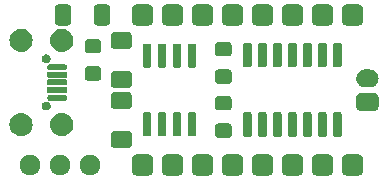
<source format=gts>
G04 #@! TF.GenerationSoftware,KiCad,Pcbnew,(5.1.0-0)*
G04 #@! TF.CreationDate,2019-04-12T20:13:37-07:00*
G04 #@! TF.ProjectId,ap2112m-txb0104-module,61703231-3132-46d2-9d74-786230313034,rev?*
G04 #@! TF.SameCoordinates,Original*
G04 #@! TF.FileFunction,Soldermask,Top*
G04 #@! TF.FilePolarity,Negative*
%FSLAX46Y46*%
G04 Gerber Fmt 4.6, Leading zero omitted, Abs format (unit mm)*
G04 Created by KiCad (PCBNEW (5.1.0-0)) date 2019-04-12 20:13:37*
%MOMM*%
%LPD*%
G04 APERTURE LIST*
%ADD10C,0.025400*%
G04 APERTURE END LIST*
D10*
G36*
X169468662Y-94357606D02*
G01*
X169548345Y-94381778D01*
X169621785Y-94421033D01*
X169686147Y-94473853D01*
X169738967Y-94538215D01*
X169778222Y-94611655D01*
X169802394Y-94691338D01*
X169810800Y-94776691D01*
X169810800Y-95723309D01*
X169802394Y-95808662D01*
X169778222Y-95888345D01*
X169738967Y-95961785D01*
X169686147Y-96026147D01*
X169621785Y-96078967D01*
X169548345Y-96118222D01*
X169468662Y-96142394D01*
X169383309Y-96150800D01*
X168436691Y-96150800D01*
X168351338Y-96142394D01*
X168271655Y-96118222D01*
X168198215Y-96078967D01*
X168133853Y-96026147D01*
X168081033Y-95961785D01*
X168041778Y-95888345D01*
X168017606Y-95808662D01*
X168009200Y-95723309D01*
X168009200Y-94776691D01*
X168017606Y-94691338D01*
X168041778Y-94611655D01*
X168081033Y-94538215D01*
X168133853Y-94473853D01*
X168198215Y-94421033D01*
X168271655Y-94381778D01*
X168351338Y-94357606D01*
X168436691Y-94349200D01*
X169383309Y-94349200D01*
X169468662Y-94357606D01*
X169468662Y-94357606D01*
G37*
G36*
X166928662Y-94357606D02*
G01*
X167008345Y-94381778D01*
X167081785Y-94421033D01*
X167146147Y-94473853D01*
X167198967Y-94538215D01*
X167238222Y-94611655D01*
X167262394Y-94691338D01*
X167270800Y-94776691D01*
X167270800Y-95723309D01*
X167262394Y-95808662D01*
X167238222Y-95888345D01*
X167198967Y-95961785D01*
X167146147Y-96026147D01*
X167081785Y-96078967D01*
X167008345Y-96118222D01*
X166928662Y-96142394D01*
X166843309Y-96150800D01*
X165896691Y-96150800D01*
X165811338Y-96142394D01*
X165731655Y-96118222D01*
X165658215Y-96078967D01*
X165593853Y-96026147D01*
X165541033Y-95961785D01*
X165501778Y-95888345D01*
X165477606Y-95808662D01*
X165469200Y-95723309D01*
X165469200Y-94776691D01*
X165477606Y-94691338D01*
X165501778Y-94611655D01*
X165541033Y-94538215D01*
X165593853Y-94473853D01*
X165658215Y-94421033D01*
X165731655Y-94381778D01*
X165811338Y-94357606D01*
X165896691Y-94349200D01*
X166843309Y-94349200D01*
X166928662Y-94357606D01*
X166928662Y-94357606D01*
G37*
G36*
X164388662Y-94357606D02*
G01*
X164468345Y-94381778D01*
X164541785Y-94421033D01*
X164606147Y-94473853D01*
X164658967Y-94538215D01*
X164698222Y-94611655D01*
X164722394Y-94691338D01*
X164730800Y-94776691D01*
X164730800Y-95723309D01*
X164722394Y-95808662D01*
X164698222Y-95888345D01*
X164658967Y-95961785D01*
X164606147Y-96026147D01*
X164541785Y-96078967D01*
X164468345Y-96118222D01*
X164388662Y-96142394D01*
X164303309Y-96150800D01*
X163356691Y-96150800D01*
X163271338Y-96142394D01*
X163191655Y-96118222D01*
X163118215Y-96078967D01*
X163053853Y-96026147D01*
X163001033Y-95961785D01*
X162961778Y-95888345D01*
X162937606Y-95808662D01*
X162929200Y-95723309D01*
X162929200Y-94776691D01*
X162937606Y-94691338D01*
X162961778Y-94611655D01*
X163001033Y-94538215D01*
X163053853Y-94473853D01*
X163118215Y-94421033D01*
X163191655Y-94381778D01*
X163271338Y-94357606D01*
X163356691Y-94349200D01*
X164303309Y-94349200D01*
X164388662Y-94357606D01*
X164388662Y-94357606D01*
G37*
G36*
X161848662Y-94357606D02*
G01*
X161928345Y-94381778D01*
X162001785Y-94421033D01*
X162066147Y-94473853D01*
X162118967Y-94538215D01*
X162158222Y-94611655D01*
X162182394Y-94691338D01*
X162190800Y-94776691D01*
X162190800Y-95723309D01*
X162182394Y-95808662D01*
X162158222Y-95888345D01*
X162118967Y-95961785D01*
X162066147Y-96026147D01*
X162001785Y-96078967D01*
X161928345Y-96118222D01*
X161848662Y-96142394D01*
X161763309Y-96150800D01*
X160816691Y-96150800D01*
X160731338Y-96142394D01*
X160651655Y-96118222D01*
X160578215Y-96078967D01*
X160513853Y-96026147D01*
X160461033Y-95961785D01*
X160421778Y-95888345D01*
X160397606Y-95808662D01*
X160389200Y-95723309D01*
X160389200Y-94776691D01*
X160397606Y-94691338D01*
X160421778Y-94611655D01*
X160461033Y-94538215D01*
X160513853Y-94473853D01*
X160578215Y-94421033D01*
X160651655Y-94381778D01*
X160731338Y-94357606D01*
X160816691Y-94349200D01*
X161763309Y-94349200D01*
X161848662Y-94357606D01*
X161848662Y-94357606D01*
G37*
G36*
X159308662Y-94357606D02*
G01*
X159388345Y-94381778D01*
X159461785Y-94421033D01*
X159526147Y-94473853D01*
X159578967Y-94538215D01*
X159618222Y-94611655D01*
X159642394Y-94691338D01*
X159650800Y-94776691D01*
X159650800Y-95723309D01*
X159642394Y-95808662D01*
X159618222Y-95888345D01*
X159578967Y-95961785D01*
X159526147Y-96026147D01*
X159461785Y-96078967D01*
X159388345Y-96118222D01*
X159308662Y-96142394D01*
X159223309Y-96150800D01*
X158276691Y-96150800D01*
X158191338Y-96142394D01*
X158111655Y-96118222D01*
X158038215Y-96078967D01*
X157973853Y-96026147D01*
X157921033Y-95961785D01*
X157881778Y-95888345D01*
X157857606Y-95808662D01*
X157849200Y-95723309D01*
X157849200Y-94776691D01*
X157857606Y-94691338D01*
X157881778Y-94611655D01*
X157921033Y-94538215D01*
X157973853Y-94473853D01*
X158038215Y-94421033D01*
X158111655Y-94381778D01*
X158191338Y-94357606D01*
X158276691Y-94349200D01*
X159223309Y-94349200D01*
X159308662Y-94357606D01*
X159308662Y-94357606D01*
G37*
G36*
X156768662Y-94357606D02*
G01*
X156848345Y-94381778D01*
X156921785Y-94421033D01*
X156986147Y-94473853D01*
X157038967Y-94538215D01*
X157078222Y-94611655D01*
X157102394Y-94691338D01*
X157110800Y-94776691D01*
X157110800Y-95723309D01*
X157102394Y-95808662D01*
X157078222Y-95888345D01*
X157038967Y-95961785D01*
X156986147Y-96026147D01*
X156921785Y-96078967D01*
X156848345Y-96118222D01*
X156768662Y-96142394D01*
X156683309Y-96150800D01*
X155736691Y-96150800D01*
X155651338Y-96142394D01*
X155571655Y-96118222D01*
X155498215Y-96078967D01*
X155433853Y-96026147D01*
X155381033Y-95961785D01*
X155341778Y-95888345D01*
X155317606Y-95808662D01*
X155309200Y-95723309D01*
X155309200Y-94776691D01*
X155317606Y-94691338D01*
X155341778Y-94611655D01*
X155381033Y-94538215D01*
X155433853Y-94473853D01*
X155498215Y-94421033D01*
X155571655Y-94381778D01*
X155651338Y-94357606D01*
X155736691Y-94349200D01*
X156683309Y-94349200D01*
X156768662Y-94357606D01*
X156768662Y-94357606D01*
G37*
G36*
X154228662Y-94357606D02*
G01*
X154308345Y-94381778D01*
X154381785Y-94421033D01*
X154446147Y-94473853D01*
X154498967Y-94538215D01*
X154538222Y-94611655D01*
X154562394Y-94691338D01*
X154570800Y-94776691D01*
X154570800Y-95723309D01*
X154562394Y-95808662D01*
X154538222Y-95888345D01*
X154498967Y-95961785D01*
X154446147Y-96026147D01*
X154381785Y-96078967D01*
X154308345Y-96118222D01*
X154228662Y-96142394D01*
X154143309Y-96150800D01*
X153196691Y-96150800D01*
X153111338Y-96142394D01*
X153031655Y-96118222D01*
X152958215Y-96078967D01*
X152893853Y-96026147D01*
X152841033Y-95961785D01*
X152801778Y-95888345D01*
X152777606Y-95808662D01*
X152769200Y-95723309D01*
X152769200Y-94776691D01*
X152777606Y-94691338D01*
X152801778Y-94611655D01*
X152841033Y-94538215D01*
X152893853Y-94473853D01*
X152958215Y-94421033D01*
X153031655Y-94381778D01*
X153111338Y-94357606D01*
X153196691Y-94349200D01*
X154143309Y-94349200D01*
X154228662Y-94357606D01*
X154228662Y-94357606D01*
G37*
G36*
X151688662Y-94357606D02*
G01*
X151768345Y-94381778D01*
X151841785Y-94421033D01*
X151906147Y-94473853D01*
X151958967Y-94538215D01*
X151998222Y-94611655D01*
X152022394Y-94691338D01*
X152030800Y-94776691D01*
X152030800Y-95723309D01*
X152022394Y-95808662D01*
X151998222Y-95888345D01*
X151958967Y-95961785D01*
X151906147Y-96026147D01*
X151841785Y-96078967D01*
X151768345Y-96118222D01*
X151688662Y-96142394D01*
X151603309Y-96150800D01*
X150656691Y-96150800D01*
X150571338Y-96142394D01*
X150491655Y-96118222D01*
X150418215Y-96078967D01*
X150353853Y-96026147D01*
X150301033Y-95961785D01*
X150261778Y-95888345D01*
X150237606Y-95808662D01*
X150229200Y-95723309D01*
X150229200Y-94776691D01*
X150237606Y-94691338D01*
X150261778Y-94611655D01*
X150301033Y-94538215D01*
X150353853Y-94473853D01*
X150418215Y-94421033D01*
X150491655Y-94381778D01*
X150571338Y-94357606D01*
X150656691Y-94349200D01*
X151603309Y-94349200D01*
X151688662Y-94357606D01*
X151688662Y-94357606D01*
G37*
G36*
X146940608Y-94407376D02*
G01*
X147100084Y-94473432D01*
X147243610Y-94569334D01*
X147365666Y-94691390D01*
X147461568Y-94834916D01*
X147527624Y-94994392D01*
X147561300Y-95163692D01*
X147561300Y-95336308D01*
X147527624Y-95505608D01*
X147461568Y-95665084D01*
X147365666Y-95808610D01*
X147243610Y-95930666D01*
X147100084Y-96026568D01*
X146940608Y-96092624D01*
X146771308Y-96126300D01*
X146598692Y-96126300D01*
X146429392Y-96092624D01*
X146269916Y-96026568D01*
X146126390Y-95930666D01*
X146004334Y-95808610D01*
X145908432Y-95665084D01*
X145842376Y-95505608D01*
X145808700Y-95336308D01*
X145808700Y-95163692D01*
X145842376Y-94994392D01*
X145908432Y-94834916D01*
X146004334Y-94691390D01*
X146126390Y-94569334D01*
X146269916Y-94473432D01*
X146429392Y-94407376D01*
X146598692Y-94373700D01*
X146771308Y-94373700D01*
X146940608Y-94407376D01*
X146940608Y-94407376D01*
G37*
G36*
X144400608Y-94407376D02*
G01*
X144560084Y-94473432D01*
X144703610Y-94569334D01*
X144825666Y-94691390D01*
X144921568Y-94834916D01*
X144987624Y-94994392D01*
X145021300Y-95163692D01*
X145021300Y-95336308D01*
X144987624Y-95505608D01*
X144921568Y-95665084D01*
X144825666Y-95808610D01*
X144703610Y-95930666D01*
X144560084Y-96026568D01*
X144400608Y-96092624D01*
X144231308Y-96126300D01*
X144058692Y-96126300D01*
X143889392Y-96092624D01*
X143729916Y-96026568D01*
X143586390Y-95930666D01*
X143464334Y-95808610D01*
X143368432Y-95665084D01*
X143302376Y-95505608D01*
X143268700Y-95336308D01*
X143268700Y-95163692D01*
X143302376Y-94994392D01*
X143368432Y-94834916D01*
X143464334Y-94691390D01*
X143586390Y-94569334D01*
X143729916Y-94473432D01*
X143889392Y-94407376D01*
X144058692Y-94373700D01*
X144231308Y-94373700D01*
X144400608Y-94407376D01*
X144400608Y-94407376D01*
G37*
G36*
X141860608Y-94407376D02*
G01*
X142020084Y-94473432D01*
X142163610Y-94569334D01*
X142285666Y-94691390D01*
X142381568Y-94834916D01*
X142447624Y-94994392D01*
X142481300Y-95163692D01*
X142481300Y-95336308D01*
X142447624Y-95505608D01*
X142381568Y-95665084D01*
X142285666Y-95808610D01*
X142163610Y-95930666D01*
X142020084Y-96026568D01*
X141860608Y-96092624D01*
X141691308Y-96126300D01*
X141518692Y-96126300D01*
X141349392Y-96092624D01*
X141189916Y-96026568D01*
X141046390Y-95930666D01*
X140924334Y-95808610D01*
X140828432Y-95665084D01*
X140762376Y-95505608D01*
X140728700Y-95336308D01*
X140728700Y-95163692D01*
X140762376Y-94994392D01*
X140828432Y-94834916D01*
X140924334Y-94691390D01*
X141046390Y-94569334D01*
X141189916Y-94473432D01*
X141349392Y-94407376D01*
X141518692Y-94373700D01*
X141691308Y-94373700D01*
X141860608Y-94407376D01*
X141860608Y-94407376D01*
G37*
G36*
X149991153Y-92395685D02*
G01*
X150052077Y-92414166D01*
X150108228Y-92444180D01*
X150157436Y-92484564D01*
X150197820Y-92533772D01*
X150227834Y-92589923D01*
X150246315Y-92650847D01*
X150252800Y-92716692D01*
X150252800Y-93463308D01*
X150246315Y-93529153D01*
X150227834Y-93590077D01*
X150197820Y-93646228D01*
X150157436Y-93695436D01*
X150108228Y-93735820D01*
X150052077Y-93765834D01*
X149991153Y-93784315D01*
X149925308Y-93790800D01*
X148778692Y-93790800D01*
X148712847Y-93784315D01*
X148651923Y-93765834D01*
X148595772Y-93735820D01*
X148546564Y-93695436D01*
X148506180Y-93646228D01*
X148476166Y-93590077D01*
X148457685Y-93529153D01*
X148451200Y-93463308D01*
X148451200Y-92716692D01*
X148457685Y-92650847D01*
X148476166Y-92589923D01*
X148506180Y-92533772D01*
X148546564Y-92484564D01*
X148595772Y-92444180D01*
X148651923Y-92414166D01*
X148712847Y-92395685D01*
X148778692Y-92389200D01*
X149925308Y-92389200D01*
X149991153Y-92395685D01*
X149991153Y-92395685D01*
G37*
G36*
X158467398Y-91740724D02*
G01*
X158518943Y-91756360D01*
X158566449Y-91781753D01*
X158608081Y-91815919D01*
X158642247Y-91857551D01*
X158667640Y-91905057D01*
X158683276Y-91956602D01*
X158688800Y-92012691D01*
X158688800Y-92659309D01*
X158683276Y-92715398D01*
X158667640Y-92766943D01*
X158642247Y-92814449D01*
X158608081Y-92856081D01*
X158566449Y-92890247D01*
X158518943Y-92915640D01*
X158467398Y-92931276D01*
X158411309Y-92936800D01*
X157564691Y-92936800D01*
X157508602Y-92931276D01*
X157457057Y-92915640D01*
X157409551Y-92890247D01*
X157367919Y-92856081D01*
X157333753Y-92814449D01*
X157308360Y-92766943D01*
X157292724Y-92715398D01*
X157287200Y-92659309D01*
X157287200Y-92012691D01*
X157292724Y-91956602D01*
X157308360Y-91905057D01*
X157333753Y-91857551D01*
X157367919Y-91815919D01*
X157409551Y-91781753D01*
X157457057Y-91756360D01*
X157508602Y-91740724D01*
X157564691Y-91735200D01*
X158411309Y-91735200D01*
X158467398Y-91740724D01*
X158467398Y-91740724D01*
G37*
G36*
X160250015Y-90802323D02*
G01*
X160278106Y-90810844D01*
X160303998Y-90824684D01*
X160326692Y-90843308D01*
X160345316Y-90866002D01*
X160359156Y-90891894D01*
X160367677Y-90919985D01*
X160370800Y-90951691D01*
X160370800Y-92748309D01*
X160367677Y-92780015D01*
X160359156Y-92808106D01*
X160345316Y-92833998D01*
X160326692Y-92856692D01*
X160303998Y-92875316D01*
X160278106Y-92889156D01*
X160250015Y-92897677D01*
X160218309Y-92900800D01*
X159821691Y-92900800D01*
X159789985Y-92897677D01*
X159761894Y-92889156D01*
X159736002Y-92875316D01*
X159713308Y-92856692D01*
X159694684Y-92833998D01*
X159680844Y-92808106D01*
X159672323Y-92780015D01*
X159669200Y-92748309D01*
X159669200Y-90951691D01*
X159672323Y-90919985D01*
X159680844Y-90891894D01*
X159694684Y-90866002D01*
X159713308Y-90843308D01*
X159736002Y-90824684D01*
X159761894Y-90810844D01*
X159789985Y-90802323D01*
X159821691Y-90799200D01*
X160218309Y-90799200D01*
X160250015Y-90802323D01*
X160250015Y-90802323D01*
G37*
G36*
X161520015Y-90802323D02*
G01*
X161548106Y-90810844D01*
X161573998Y-90824684D01*
X161596692Y-90843308D01*
X161615316Y-90866002D01*
X161629156Y-90891894D01*
X161637677Y-90919985D01*
X161640800Y-90951691D01*
X161640800Y-92748309D01*
X161637677Y-92780015D01*
X161629156Y-92808106D01*
X161615316Y-92833998D01*
X161596692Y-92856692D01*
X161573998Y-92875316D01*
X161548106Y-92889156D01*
X161520015Y-92897677D01*
X161488309Y-92900800D01*
X161091691Y-92900800D01*
X161059985Y-92897677D01*
X161031894Y-92889156D01*
X161006002Y-92875316D01*
X160983308Y-92856692D01*
X160964684Y-92833998D01*
X160950844Y-92808106D01*
X160942323Y-92780015D01*
X160939200Y-92748309D01*
X160939200Y-90951691D01*
X160942323Y-90919985D01*
X160950844Y-90891894D01*
X160964684Y-90866002D01*
X160983308Y-90843308D01*
X161006002Y-90824684D01*
X161031894Y-90810844D01*
X161059985Y-90802323D01*
X161091691Y-90799200D01*
X161488309Y-90799200D01*
X161520015Y-90802323D01*
X161520015Y-90802323D01*
G37*
G36*
X162790015Y-90802323D02*
G01*
X162818106Y-90810844D01*
X162843998Y-90824684D01*
X162866692Y-90843308D01*
X162885316Y-90866002D01*
X162899156Y-90891894D01*
X162907677Y-90919985D01*
X162910800Y-90951691D01*
X162910800Y-92748309D01*
X162907677Y-92780015D01*
X162899156Y-92808106D01*
X162885316Y-92833998D01*
X162866692Y-92856692D01*
X162843998Y-92875316D01*
X162818106Y-92889156D01*
X162790015Y-92897677D01*
X162758309Y-92900800D01*
X162361691Y-92900800D01*
X162329985Y-92897677D01*
X162301894Y-92889156D01*
X162276002Y-92875316D01*
X162253308Y-92856692D01*
X162234684Y-92833998D01*
X162220844Y-92808106D01*
X162212323Y-92780015D01*
X162209200Y-92748309D01*
X162209200Y-90951691D01*
X162212323Y-90919985D01*
X162220844Y-90891894D01*
X162234684Y-90866002D01*
X162253308Y-90843308D01*
X162276002Y-90824684D01*
X162301894Y-90810844D01*
X162329985Y-90802323D01*
X162361691Y-90799200D01*
X162758309Y-90799200D01*
X162790015Y-90802323D01*
X162790015Y-90802323D01*
G37*
G36*
X164060015Y-90802323D02*
G01*
X164088106Y-90810844D01*
X164113998Y-90824684D01*
X164136692Y-90843308D01*
X164155316Y-90866002D01*
X164169156Y-90891894D01*
X164177677Y-90919985D01*
X164180800Y-90951691D01*
X164180800Y-92748309D01*
X164177677Y-92780015D01*
X164169156Y-92808106D01*
X164155316Y-92833998D01*
X164136692Y-92856692D01*
X164113998Y-92875316D01*
X164088106Y-92889156D01*
X164060015Y-92897677D01*
X164028309Y-92900800D01*
X163631691Y-92900800D01*
X163599985Y-92897677D01*
X163571894Y-92889156D01*
X163546002Y-92875316D01*
X163523308Y-92856692D01*
X163504684Y-92833998D01*
X163490844Y-92808106D01*
X163482323Y-92780015D01*
X163479200Y-92748309D01*
X163479200Y-90951691D01*
X163482323Y-90919985D01*
X163490844Y-90891894D01*
X163504684Y-90866002D01*
X163523308Y-90843308D01*
X163546002Y-90824684D01*
X163571894Y-90810844D01*
X163599985Y-90802323D01*
X163631691Y-90799200D01*
X164028309Y-90799200D01*
X164060015Y-90802323D01*
X164060015Y-90802323D01*
G37*
G36*
X165330015Y-90802323D02*
G01*
X165358106Y-90810844D01*
X165383998Y-90824684D01*
X165406692Y-90843308D01*
X165425316Y-90866002D01*
X165439156Y-90891894D01*
X165447677Y-90919985D01*
X165450800Y-90951691D01*
X165450800Y-92748309D01*
X165447677Y-92780015D01*
X165439156Y-92808106D01*
X165425316Y-92833998D01*
X165406692Y-92856692D01*
X165383998Y-92875316D01*
X165358106Y-92889156D01*
X165330015Y-92897677D01*
X165298309Y-92900800D01*
X164901691Y-92900800D01*
X164869985Y-92897677D01*
X164841894Y-92889156D01*
X164816002Y-92875316D01*
X164793308Y-92856692D01*
X164774684Y-92833998D01*
X164760844Y-92808106D01*
X164752323Y-92780015D01*
X164749200Y-92748309D01*
X164749200Y-90951691D01*
X164752323Y-90919985D01*
X164760844Y-90891894D01*
X164774684Y-90866002D01*
X164793308Y-90843308D01*
X164816002Y-90824684D01*
X164841894Y-90810844D01*
X164869985Y-90802323D01*
X164901691Y-90799200D01*
X165298309Y-90799200D01*
X165330015Y-90802323D01*
X165330015Y-90802323D01*
G37*
G36*
X166600015Y-90802323D02*
G01*
X166628106Y-90810844D01*
X166653998Y-90824684D01*
X166676692Y-90843308D01*
X166695316Y-90866002D01*
X166709156Y-90891894D01*
X166717677Y-90919985D01*
X166720800Y-90951691D01*
X166720800Y-92748309D01*
X166717677Y-92780015D01*
X166709156Y-92808106D01*
X166695316Y-92833998D01*
X166676692Y-92856692D01*
X166653998Y-92875316D01*
X166628106Y-92889156D01*
X166600015Y-92897677D01*
X166568309Y-92900800D01*
X166171691Y-92900800D01*
X166139985Y-92897677D01*
X166111894Y-92889156D01*
X166086002Y-92875316D01*
X166063308Y-92856692D01*
X166044684Y-92833998D01*
X166030844Y-92808106D01*
X166022323Y-92780015D01*
X166019200Y-92748309D01*
X166019200Y-90951691D01*
X166022323Y-90919985D01*
X166030844Y-90891894D01*
X166044684Y-90866002D01*
X166063308Y-90843308D01*
X166086002Y-90824684D01*
X166111894Y-90810844D01*
X166139985Y-90802323D01*
X166171691Y-90799200D01*
X166568309Y-90799200D01*
X166600015Y-90802323D01*
X166600015Y-90802323D01*
G37*
G36*
X167870015Y-90802323D02*
G01*
X167898106Y-90810844D01*
X167923998Y-90824684D01*
X167946692Y-90843308D01*
X167965316Y-90866002D01*
X167979156Y-90891894D01*
X167987677Y-90919985D01*
X167990800Y-90951691D01*
X167990800Y-92748309D01*
X167987677Y-92780015D01*
X167979156Y-92808106D01*
X167965316Y-92833998D01*
X167946692Y-92856692D01*
X167923998Y-92875316D01*
X167898106Y-92889156D01*
X167870015Y-92897677D01*
X167838309Y-92900800D01*
X167441691Y-92900800D01*
X167409985Y-92897677D01*
X167381894Y-92889156D01*
X167356002Y-92875316D01*
X167333308Y-92856692D01*
X167314684Y-92833998D01*
X167300844Y-92808106D01*
X167292323Y-92780015D01*
X167289200Y-92748309D01*
X167289200Y-90951691D01*
X167292323Y-90919985D01*
X167300844Y-90891894D01*
X167314684Y-90866002D01*
X167333308Y-90843308D01*
X167356002Y-90824684D01*
X167381894Y-90810844D01*
X167409985Y-90802323D01*
X167441691Y-90799200D01*
X167838309Y-90799200D01*
X167870015Y-90802323D01*
X167870015Y-90802323D01*
G37*
G36*
X151741015Y-90777323D02*
G01*
X151769106Y-90785844D01*
X151794998Y-90799684D01*
X151817692Y-90818308D01*
X151836316Y-90841002D01*
X151850156Y-90866894D01*
X151858677Y-90894985D01*
X151861800Y-90926691D01*
X151861800Y-92673309D01*
X151858677Y-92705015D01*
X151850156Y-92733106D01*
X151836316Y-92758998D01*
X151817692Y-92781692D01*
X151794998Y-92800316D01*
X151769106Y-92814156D01*
X151741015Y-92822677D01*
X151709309Y-92825800D01*
X151312691Y-92825800D01*
X151280985Y-92822677D01*
X151252894Y-92814156D01*
X151227002Y-92800316D01*
X151204308Y-92781692D01*
X151185684Y-92758998D01*
X151171844Y-92733106D01*
X151163323Y-92705015D01*
X151160200Y-92673309D01*
X151160200Y-90926691D01*
X151163323Y-90894985D01*
X151171844Y-90866894D01*
X151185684Y-90841002D01*
X151204308Y-90818308D01*
X151227002Y-90799684D01*
X151252894Y-90785844D01*
X151280985Y-90777323D01*
X151312691Y-90774200D01*
X151709309Y-90774200D01*
X151741015Y-90777323D01*
X151741015Y-90777323D01*
G37*
G36*
X153011015Y-90777323D02*
G01*
X153039106Y-90785844D01*
X153064998Y-90799684D01*
X153087692Y-90818308D01*
X153106316Y-90841002D01*
X153120156Y-90866894D01*
X153128677Y-90894985D01*
X153131800Y-90926691D01*
X153131800Y-92673309D01*
X153128677Y-92705015D01*
X153120156Y-92733106D01*
X153106316Y-92758998D01*
X153087692Y-92781692D01*
X153064998Y-92800316D01*
X153039106Y-92814156D01*
X153011015Y-92822677D01*
X152979309Y-92825800D01*
X152582691Y-92825800D01*
X152550985Y-92822677D01*
X152522894Y-92814156D01*
X152497002Y-92800316D01*
X152474308Y-92781692D01*
X152455684Y-92758998D01*
X152441844Y-92733106D01*
X152433323Y-92705015D01*
X152430200Y-92673309D01*
X152430200Y-90926691D01*
X152433323Y-90894985D01*
X152441844Y-90866894D01*
X152455684Y-90841002D01*
X152474308Y-90818308D01*
X152497002Y-90799684D01*
X152522894Y-90785844D01*
X152550985Y-90777323D01*
X152582691Y-90774200D01*
X152979309Y-90774200D01*
X153011015Y-90777323D01*
X153011015Y-90777323D01*
G37*
G36*
X154281015Y-90777323D02*
G01*
X154309106Y-90785844D01*
X154334998Y-90799684D01*
X154357692Y-90818308D01*
X154376316Y-90841002D01*
X154390156Y-90866894D01*
X154398677Y-90894985D01*
X154401800Y-90926691D01*
X154401800Y-92673309D01*
X154398677Y-92705015D01*
X154390156Y-92733106D01*
X154376316Y-92758998D01*
X154357692Y-92781692D01*
X154334998Y-92800316D01*
X154309106Y-92814156D01*
X154281015Y-92822677D01*
X154249309Y-92825800D01*
X153852691Y-92825800D01*
X153820985Y-92822677D01*
X153792894Y-92814156D01*
X153767002Y-92800316D01*
X153744308Y-92781692D01*
X153725684Y-92758998D01*
X153711844Y-92733106D01*
X153703323Y-92705015D01*
X153700200Y-92673309D01*
X153700200Y-90926691D01*
X153703323Y-90894985D01*
X153711844Y-90866894D01*
X153725684Y-90841002D01*
X153744308Y-90818308D01*
X153767002Y-90799684D01*
X153792894Y-90785844D01*
X153820985Y-90777323D01*
X153852691Y-90774200D01*
X154249309Y-90774200D01*
X154281015Y-90777323D01*
X154281015Y-90777323D01*
G37*
G36*
X155551015Y-90777323D02*
G01*
X155579106Y-90785844D01*
X155604998Y-90799684D01*
X155627692Y-90818308D01*
X155646316Y-90841002D01*
X155660156Y-90866894D01*
X155668677Y-90894985D01*
X155671800Y-90926691D01*
X155671800Y-92673309D01*
X155668677Y-92705015D01*
X155660156Y-92733106D01*
X155646316Y-92758998D01*
X155627692Y-92781692D01*
X155604998Y-92800316D01*
X155579106Y-92814156D01*
X155551015Y-92822677D01*
X155519309Y-92825800D01*
X155122691Y-92825800D01*
X155090985Y-92822677D01*
X155062894Y-92814156D01*
X155037002Y-92800316D01*
X155014308Y-92781692D01*
X154995684Y-92758998D01*
X154981844Y-92733106D01*
X154973323Y-92705015D01*
X154970200Y-92673309D01*
X154970200Y-90926691D01*
X154973323Y-90894985D01*
X154981844Y-90866894D01*
X154995684Y-90841002D01*
X155014308Y-90818308D01*
X155037002Y-90799684D01*
X155062894Y-90785844D01*
X155090985Y-90777323D01*
X155122691Y-90774200D01*
X155519309Y-90774200D01*
X155551015Y-90777323D01*
X155551015Y-90777323D01*
G37*
G36*
X141042267Y-90873391D02*
G01*
X141063412Y-90879805D01*
X141227152Y-90929475D01*
X141397539Y-91020549D01*
X141546886Y-91143114D01*
X141669451Y-91292461D01*
X141760525Y-91462848D01*
X141810195Y-91626588D01*
X141816609Y-91647733D01*
X141835546Y-91840000D01*
X141816609Y-92032267D01*
X141816608Y-92032270D01*
X141760525Y-92217152D01*
X141669451Y-92387539D01*
X141546886Y-92536886D01*
X141397539Y-92659451D01*
X141227152Y-92750525D01*
X141088702Y-92792523D01*
X141042267Y-92806609D01*
X140898183Y-92820800D01*
X140801817Y-92820800D01*
X140657733Y-92806609D01*
X140611298Y-92792523D01*
X140472848Y-92750525D01*
X140302461Y-92659451D01*
X140153114Y-92536886D01*
X140030549Y-92387539D01*
X139939475Y-92217152D01*
X139883392Y-92032270D01*
X139883391Y-92032267D01*
X139864454Y-91840000D01*
X139883391Y-91647733D01*
X139889805Y-91626588D01*
X139939475Y-91462848D01*
X140030549Y-91292461D01*
X140153114Y-91143114D01*
X140302461Y-91020549D01*
X140472848Y-90929475D01*
X140636588Y-90879805D01*
X140657733Y-90873391D01*
X140801817Y-90859200D01*
X140898183Y-90859200D01*
X141042267Y-90873391D01*
X141042267Y-90873391D01*
G37*
G36*
X144492267Y-90873391D02*
G01*
X144513412Y-90879805D01*
X144677152Y-90929475D01*
X144847539Y-91020549D01*
X144996886Y-91143114D01*
X145119451Y-91292461D01*
X145210525Y-91462848D01*
X145260195Y-91626588D01*
X145266609Y-91647733D01*
X145285546Y-91840000D01*
X145266609Y-92032267D01*
X145266608Y-92032270D01*
X145210525Y-92217152D01*
X145119451Y-92387539D01*
X144996886Y-92536886D01*
X144847539Y-92659451D01*
X144677152Y-92750525D01*
X144538702Y-92792523D01*
X144492267Y-92806609D01*
X144348183Y-92820800D01*
X144251817Y-92820800D01*
X144107733Y-92806609D01*
X144061298Y-92792523D01*
X143922848Y-92750525D01*
X143752461Y-92659451D01*
X143603114Y-92536886D01*
X143480549Y-92387539D01*
X143389475Y-92217152D01*
X143333392Y-92032270D01*
X143333391Y-92032267D01*
X143314454Y-91840000D01*
X143333391Y-91647733D01*
X143339805Y-91626588D01*
X143389475Y-91462848D01*
X143480549Y-91292461D01*
X143603114Y-91143114D01*
X143752461Y-91020549D01*
X143922848Y-90929475D01*
X144086588Y-90879805D01*
X144107733Y-90873391D01*
X144251817Y-90859200D01*
X144348183Y-90859200D01*
X144492267Y-90873391D01*
X144492267Y-90873391D01*
G37*
G36*
X170838634Y-89173651D02*
G01*
X170904109Y-89193513D01*
X170964445Y-89225763D01*
X171017333Y-89269167D01*
X171060737Y-89322055D01*
X171092987Y-89382391D01*
X171112849Y-89447866D01*
X171119800Y-89518442D01*
X171119800Y-90313558D01*
X171112849Y-90384134D01*
X171092987Y-90449609D01*
X171060737Y-90509945D01*
X171017333Y-90562833D01*
X170964445Y-90606237D01*
X170904109Y-90638487D01*
X170838634Y-90658349D01*
X170768058Y-90665300D01*
X169591942Y-90665300D01*
X169521366Y-90658349D01*
X169455891Y-90638487D01*
X169395555Y-90606237D01*
X169342667Y-90562833D01*
X169299263Y-90509945D01*
X169267013Y-90449609D01*
X169247151Y-90384134D01*
X169240200Y-90313558D01*
X169240200Y-89518442D01*
X169247151Y-89447866D01*
X169267013Y-89382391D01*
X169299263Y-89322055D01*
X169342667Y-89269167D01*
X169395555Y-89225763D01*
X169455891Y-89193513D01*
X169521366Y-89173651D01*
X169591942Y-89166700D01*
X170768058Y-89166700D01*
X170838634Y-89173651D01*
X170838634Y-89173651D01*
G37*
G36*
X143048666Y-89894637D02*
G01*
X143048669Y-89894638D01*
X143048670Y-89894638D01*
X143119508Y-89916126D01*
X143184793Y-89951022D01*
X143184795Y-89951023D01*
X143184794Y-89951023D01*
X143242017Y-89997983D01*
X143284767Y-90050075D01*
X143288978Y-90055207D01*
X143323874Y-90120492D01*
X143323874Y-90120493D01*
X143345363Y-90191334D01*
X143352619Y-90265000D01*
X143345363Y-90338666D01*
X143345362Y-90338669D01*
X143345362Y-90338670D01*
X143323874Y-90409508D01*
X143288978Y-90474793D01*
X143288977Y-90474794D01*
X143242017Y-90532017D01*
X143204466Y-90562833D01*
X143184793Y-90578978D01*
X143119508Y-90613874D01*
X143048670Y-90635362D01*
X143048669Y-90635362D01*
X143048666Y-90635363D01*
X142993463Y-90640800D01*
X142956537Y-90640800D01*
X142901334Y-90635363D01*
X142901331Y-90635362D01*
X142901330Y-90635362D01*
X142830492Y-90613874D01*
X142765207Y-90578978D01*
X142745534Y-90562833D01*
X142707983Y-90532017D01*
X142661023Y-90474794D01*
X142661022Y-90474793D01*
X142626126Y-90409508D01*
X142604638Y-90338670D01*
X142604638Y-90338669D01*
X142604637Y-90338666D01*
X142597381Y-90265000D01*
X142604637Y-90191334D01*
X142626126Y-90120493D01*
X142626126Y-90120492D01*
X142661022Y-90055207D01*
X142665233Y-90050076D01*
X142707983Y-89997983D01*
X142765206Y-89951023D01*
X142765205Y-89951023D01*
X142765207Y-89951022D01*
X142830492Y-89916126D01*
X142901330Y-89894638D01*
X142901331Y-89894638D01*
X142901334Y-89894637D01*
X142956537Y-89889200D01*
X142993463Y-89889200D01*
X143048666Y-89894637D01*
X143048666Y-89894637D01*
G37*
G36*
X158467398Y-89440724D02*
G01*
X158518943Y-89456360D01*
X158566449Y-89481753D01*
X158608081Y-89515919D01*
X158642247Y-89557551D01*
X158667640Y-89605057D01*
X158683276Y-89656602D01*
X158688800Y-89712691D01*
X158688800Y-90359309D01*
X158683276Y-90415398D01*
X158667640Y-90466943D01*
X158642247Y-90514449D01*
X158608081Y-90556081D01*
X158566449Y-90590247D01*
X158518943Y-90615640D01*
X158467398Y-90631276D01*
X158411309Y-90636800D01*
X157564691Y-90636800D01*
X157508602Y-90631276D01*
X157457057Y-90615640D01*
X157409551Y-90590247D01*
X157367919Y-90556081D01*
X157333753Y-90514449D01*
X157308360Y-90466943D01*
X157292724Y-90415398D01*
X157287200Y-90359309D01*
X157287200Y-89712691D01*
X157292724Y-89656602D01*
X157308360Y-89605057D01*
X157333753Y-89557551D01*
X157367919Y-89515919D01*
X157409551Y-89481753D01*
X157457057Y-89456360D01*
X157508602Y-89440724D01*
X157564691Y-89435200D01*
X158411309Y-89435200D01*
X158467398Y-89440724D01*
X158467398Y-89440724D01*
G37*
G36*
X149991153Y-89095685D02*
G01*
X150052077Y-89114166D01*
X150108228Y-89144180D01*
X150157436Y-89184564D01*
X150197820Y-89233772D01*
X150227834Y-89289923D01*
X150246315Y-89350847D01*
X150252800Y-89416692D01*
X150252800Y-90163308D01*
X150246315Y-90229153D01*
X150227834Y-90290077D01*
X150197820Y-90346228D01*
X150157436Y-90395436D01*
X150108228Y-90435820D01*
X150052077Y-90465834D01*
X149991153Y-90484315D01*
X149925308Y-90490800D01*
X148778692Y-90490800D01*
X148712847Y-90484315D01*
X148651923Y-90465834D01*
X148595772Y-90435820D01*
X148546564Y-90395436D01*
X148506180Y-90346228D01*
X148476166Y-90290077D01*
X148457685Y-90229153D01*
X148451200Y-90163308D01*
X148451200Y-89416692D01*
X148457685Y-89350847D01*
X148476166Y-89289923D01*
X148506180Y-89233772D01*
X148546564Y-89184564D01*
X148595772Y-89144180D01*
X148651923Y-89114166D01*
X148712847Y-89095685D01*
X148778692Y-89089200D01*
X149925308Y-89089200D01*
X149991153Y-89095685D01*
X149991153Y-89095685D01*
G37*
G36*
X144548929Y-89319018D02*
G01*
X144595977Y-89333290D01*
X144639337Y-89356466D01*
X144677342Y-89387657D01*
X144708533Y-89425662D01*
X144731709Y-89469022D01*
X144745981Y-89516070D01*
X144750800Y-89564999D01*
X144750800Y-89565001D01*
X144745981Y-89613930D01*
X144731709Y-89660978D01*
X144708533Y-89704338D01*
X144677342Y-89742343D01*
X144639337Y-89773534D01*
X144595977Y-89796710D01*
X144548929Y-89810982D01*
X144500000Y-89815801D01*
X143300000Y-89815801D01*
X143251071Y-89810982D01*
X143204023Y-89796710D01*
X143160663Y-89773534D01*
X143122658Y-89742343D01*
X143091467Y-89704338D01*
X143068291Y-89660978D01*
X143054019Y-89613930D01*
X143049200Y-89565001D01*
X143049200Y-89564999D01*
X143054019Y-89516070D01*
X143068291Y-89469022D01*
X143091467Y-89425662D01*
X143122658Y-89387657D01*
X143160663Y-89356466D01*
X143204023Y-89333290D01*
X143251071Y-89319018D01*
X143300000Y-89314199D01*
X144500000Y-89314199D01*
X144548929Y-89319018D01*
X144548929Y-89319018D01*
G37*
G36*
X144670257Y-88666362D02*
G01*
X144688976Y-88672040D01*
X144706222Y-88681259D01*
X144721337Y-88693663D01*
X144733741Y-88708778D01*
X144742960Y-88726024D01*
X144748638Y-88744743D01*
X144750800Y-88766693D01*
X144750800Y-89063307D01*
X144748638Y-89085257D01*
X144742960Y-89103976D01*
X144733741Y-89121222D01*
X144721337Y-89136337D01*
X144706222Y-89148741D01*
X144688976Y-89157960D01*
X144670257Y-89163638D01*
X144648307Y-89165800D01*
X143151693Y-89165800D01*
X143129743Y-89163638D01*
X143111024Y-89157960D01*
X143093778Y-89148741D01*
X143078663Y-89136337D01*
X143066259Y-89121222D01*
X143057040Y-89103976D01*
X143051362Y-89085257D01*
X143049200Y-89063307D01*
X143049200Y-88766693D01*
X143051362Y-88744743D01*
X143057040Y-88726024D01*
X143066259Y-88708778D01*
X143078663Y-88693663D01*
X143093778Y-88681259D01*
X143111024Y-88672040D01*
X143129743Y-88666362D01*
X143151693Y-88664200D01*
X144648307Y-88664200D01*
X144670257Y-88666362D01*
X144670257Y-88666362D01*
G37*
G36*
X149991153Y-87315685D02*
G01*
X150052077Y-87334166D01*
X150108228Y-87364180D01*
X150157436Y-87404564D01*
X150197820Y-87453772D01*
X150227834Y-87509923D01*
X150246315Y-87570847D01*
X150252800Y-87636692D01*
X150252800Y-88383308D01*
X150246315Y-88449153D01*
X150227834Y-88510077D01*
X150197820Y-88566228D01*
X150157436Y-88615436D01*
X150108228Y-88655820D01*
X150052077Y-88685834D01*
X149991153Y-88704315D01*
X149925308Y-88710800D01*
X148778692Y-88710800D01*
X148712847Y-88704315D01*
X148651923Y-88685834D01*
X148595772Y-88655820D01*
X148546564Y-88615436D01*
X148506180Y-88566228D01*
X148476166Y-88510077D01*
X148457685Y-88449153D01*
X148451200Y-88383308D01*
X148451200Y-87636692D01*
X148457685Y-87570847D01*
X148476166Y-87509923D01*
X148506180Y-87453772D01*
X148546564Y-87404564D01*
X148595772Y-87364180D01*
X148651923Y-87334166D01*
X148712847Y-87315685D01*
X148778692Y-87309200D01*
X149925308Y-87309200D01*
X149991153Y-87315685D01*
X149991153Y-87315685D01*
G37*
G36*
X170517385Y-87177541D02*
G01*
X170517388Y-87177542D01*
X170658632Y-87220388D01*
X170702655Y-87243919D01*
X170788802Y-87289965D01*
X170902899Y-87383601D01*
X170996535Y-87497698D01*
X171031323Y-87562782D01*
X171066112Y-87627868D01*
X171100248Y-87740400D01*
X171108959Y-87769115D01*
X171123426Y-87916000D01*
X171108959Y-88062885D01*
X171108958Y-88062888D01*
X171066112Y-88204132D01*
X171066111Y-88204133D01*
X170996535Y-88334302D01*
X170902899Y-88448399D01*
X170788802Y-88542035D01*
X170723717Y-88576823D01*
X170658632Y-88611612D01*
X170533538Y-88649559D01*
X170517385Y-88654459D01*
X170407312Y-88665300D01*
X169952688Y-88665300D01*
X169842615Y-88654459D01*
X169826462Y-88649559D01*
X169701368Y-88611612D01*
X169636282Y-88576823D01*
X169571198Y-88542035D01*
X169457101Y-88448399D01*
X169363465Y-88334302D01*
X169293889Y-88204133D01*
X169293888Y-88204132D01*
X169251042Y-88062888D01*
X169251041Y-88062885D01*
X169236574Y-87916000D01*
X169251041Y-87769115D01*
X169259752Y-87740400D01*
X169293888Y-87627868D01*
X169328677Y-87562783D01*
X169363465Y-87497698D01*
X169457101Y-87383601D01*
X169571198Y-87289965D01*
X169657345Y-87243919D01*
X169701368Y-87220388D01*
X169842612Y-87177542D01*
X169842615Y-87177541D01*
X169952688Y-87166700D01*
X170407312Y-87166700D01*
X170517385Y-87177541D01*
X170517385Y-87177541D01*
G37*
G36*
X144670257Y-88016362D02*
G01*
X144688976Y-88022040D01*
X144706222Y-88031259D01*
X144721337Y-88043663D01*
X144733741Y-88058778D01*
X144742960Y-88076024D01*
X144748638Y-88094743D01*
X144750800Y-88116693D01*
X144750800Y-88413307D01*
X144748638Y-88435257D01*
X144742960Y-88453976D01*
X144733741Y-88471222D01*
X144721337Y-88486337D01*
X144706222Y-88498741D01*
X144688976Y-88507960D01*
X144670257Y-88513638D01*
X144648307Y-88515800D01*
X143151693Y-88515800D01*
X143129743Y-88513638D01*
X143111024Y-88507960D01*
X143093778Y-88498741D01*
X143078663Y-88486337D01*
X143066259Y-88471222D01*
X143057040Y-88453976D01*
X143051362Y-88435257D01*
X143049200Y-88413307D01*
X143049200Y-88116693D01*
X143051362Y-88094743D01*
X143057040Y-88076024D01*
X143066259Y-88058778D01*
X143078663Y-88043663D01*
X143093778Y-88031259D01*
X143111024Y-88022040D01*
X143129743Y-88016362D01*
X143151693Y-88014200D01*
X144648307Y-88014200D01*
X144670257Y-88016362D01*
X144670257Y-88016362D01*
G37*
G36*
X158467398Y-87168724D02*
G01*
X158518943Y-87184360D01*
X158566449Y-87209753D01*
X158608081Y-87243919D01*
X158642247Y-87285551D01*
X158667640Y-87333057D01*
X158683276Y-87384602D01*
X158688800Y-87440691D01*
X158688800Y-88087309D01*
X158683276Y-88143398D01*
X158667640Y-88194943D01*
X158642247Y-88242449D01*
X158608081Y-88284081D01*
X158566449Y-88318247D01*
X158518943Y-88343640D01*
X158467398Y-88359276D01*
X158411309Y-88364800D01*
X157564691Y-88364800D01*
X157508602Y-88359276D01*
X157457057Y-88343640D01*
X157409551Y-88318247D01*
X157367919Y-88284081D01*
X157333753Y-88242449D01*
X157308360Y-88194943D01*
X157292724Y-88143398D01*
X157287200Y-88087309D01*
X157287200Y-87440691D01*
X157292724Y-87384602D01*
X157308360Y-87333057D01*
X157333753Y-87285551D01*
X157367919Y-87243919D01*
X157409551Y-87209753D01*
X157457057Y-87184360D01*
X157508602Y-87168724D01*
X157564691Y-87163200D01*
X158411309Y-87163200D01*
X158467398Y-87168724D01*
X158467398Y-87168724D01*
G37*
G36*
X147418398Y-86914724D02*
G01*
X147469943Y-86930360D01*
X147517449Y-86955753D01*
X147559081Y-86989919D01*
X147593247Y-87031551D01*
X147618640Y-87079057D01*
X147634276Y-87130602D01*
X147639800Y-87186691D01*
X147639800Y-87833309D01*
X147634276Y-87889398D01*
X147618640Y-87940943D01*
X147593247Y-87988449D01*
X147559081Y-88030081D01*
X147517449Y-88064247D01*
X147469943Y-88089640D01*
X147418398Y-88105276D01*
X147362309Y-88110800D01*
X146515691Y-88110800D01*
X146459602Y-88105276D01*
X146408057Y-88089640D01*
X146360551Y-88064247D01*
X146318919Y-88030081D01*
X146284753Y-87988449D01*
X146259360Y-87940943D01*
X146243724Y-87889398D01*
X146238200Y-87833309D01*
X146238200Y-87186691D01*
X146243724Y-87130602D01*
X146259360Y-87079057D01*
X146284753Y-87031551D01*
X146318919Y-86989919D01*
X146360551Y-86955753D01*
X146408057Y-86930360D01*
X146459602Y-86914724D01*
X146515691Y-86909200D01*
X147362309Y-86909200D01*
X147418398Y-86914724D01*
X147418398Y-86914724D01*
G37*
G36*
X144670257Y-87366362D02*
G01*
X144688976Y-87372040D01*
X144706222Y-87381259D01*
X144721337Y-87393663D01*
X144733741Y-87408778D01*
X144742960Y-87426024D01*
X144748638Y-87444743D01*
X144750800Y-87466693D01*
X144750800Y-87763307D01*
X144748638Y-87785257D01*
X144742960Y-87803976D01*
X144733741Y-87821222D01*
X144721337Y-87836337D01*
X144706222Y-87848741D01*
X144688976Y-87857960D01*
X144670257Y-87863638D01*
X144648307Y-87865800D01*
X143151693Y-87865800D01*
X143129743Y-87863638D01*
X143111024Y-87857960D01*
X143093778Y-87848741D01*
X143078663Y-87836337D01*
X143066259Y-87821222D01*
X143057040Y-87803976D01*
X143051362Y-87785257D01*
X143049200Y-87763307D01*
X143049200Y-87466693D01*
X143051362Y-87444743D01*
X143057040Y-87426024D01*
X143066259Y-87408778D01*
X143078663Y-87393663D01*
X143093778Y-87381259D01*
X143111024Y-87372040D01*
X143129743Y-87366362D01*
X143151693Y-87364200D01*
X144648307Y-87364200D01*
X144670257Y-87366362D01*
X144670257Y-87366362D01*
G37*
G36*
X144548929Y-86719018D02*
G01*
X144595977Y-86733290D01*
X144639337Y-86756466D01*
X144677342Y-86787657D01*
X144708533Y-86825662D01*
X144731709Y-86869022D01*
X144745981Y-86916070D01*
X144750800Y-86964999D01*
X144750800Y-86965001D01*
X144745981Y-87013930D01*
X144731709Y-87060978D01*
X144708533Y-87104338D01*
X144677342Y-87142343D01*
X144639337Y-87173534D01*
X144595977Y-87196710D01*
X144548929Y-87210982D01*
X144500000Y-87215801D01*
X143300000Y-87215801D01*
X143251071Y-87210982D01*
X143204023Y-87196710D01*
X143160663Y-87173534D01*
X143122658Y-87142343D01*
X143091467Y-87104338D01*
X143068291Y-87060978D01*
X143054019Y-87013930D01*
X143049200Y-86965001D01*
X143049200Y-86964999D01*
X143054019Y-86916070D01*
X143068291Y-86869022D01*
X143091467Y-86825662D01*
X143122658Y-86787657D01*
X143160663Y-86756466D01*
X143204023Y-86733290D01*
X143251071Y-86719018D01*
X143300000Y-86714199D01*
X144500000Y-86714199D01*
X144548929Y-86719018D01*
X144548929Y-86719018D01*
G37*
G36*
X153011015Y-84977323D02*
G01*
X153039106Y-84985844D01*
X153064998Y-84999684D01*
X153087692Y-85018308D01*
X153106316Y-85041002D01*
X153120156Y-85066894D01*
X153128677Y-85094985D01*
X153131800Y-85126691D01*
X153131800Y-86873309D01*
X153128677Y-86905015D01*
X153120156Y-86933106D01*
X153106316Y-86958998D01*
X153087692Y-86981692D01*
X153064998Y-87000316D01*
X153039106Y-87014156D01*
X153011015Y-87022677D01*
X152979309Y-87025800D01*
X152582691Y-87025800D01*
X152550985Y-87022677D01*
X152522894Y-87014156D01*
X152497002Y-87000316D01*
X152474308Y-86981692D01*
X152455684Y-86958998D01*
X152441844Y-86933106D01*
X152433323Y-86905015D01*
X152430200Y-86873309D01*
X152430200Y-85126691D01*
X152433323Y-85094985D01*
X152441844Y-85066894D01*
X152455684Y-85041002D01*
X152474308Y-85018308D01*
X152497002Y-84999684D01*
X152522894Y-84985844D01*
X152550985Y-84977323D01*
X152582691Y-84974200D01*
X152979309Y-84974200D01*
X153011015Y-84977323D01*
X153011015Y-84977323D01*
G37*
G36*
X151741015Y-84977323D02*
G01*
X151769106Y-84985844D01*
X151794998Y-84999684D01*
X151817692Y-85018308D01*
X151836316Y-85041002D01*
X151850156Y-85066894D01*
X151858677Y-85094985D01*
X151861800Y-85126691D01*
X151861800Y-86873309D01*
X151858677Y-86905015D01*
X151850156Y-86933106D01*
X151836316Y-86958998D01*
X151817692Y-86981692D01*
X151794998Y-87000316D01*
X151769106Y-87014156D01*
X151741015Y-87022677D01*
X151709309Y-87025800D01*
X151312691Y-87025800D01*
X151280985Y-87022677D01*
X151252894Y-87014156D01*
X151227002Y-87000316D01*
X151204308Y-86981692D01*
X151185684Y-86958998D01*
X151171844Y-86933106D01*
X151163323Y-86905015D01*
X151160200Y-86873309D01*
X151160200Y-85126691D01*
X151163323Y-85094985D01*
X151171844Y-85066894D01*
X151185684Y-85041002D01*
X151204308Y-85018308D01*
X151227002Y-84999684D01*
X151252894Y-84985844D01*
X151280985Y-84977323D01*
X151312691Y-84974200D01*
X151709309Y-84974200D01*
X151741015Y-84977323D01*
X151741015Y-84977323D01*
G37*
G36*
X154281015Y-84977323D02*
G01*
X154309106Y-84985844D01*
X154334998Y-84999684D01*
X154357692Y-85018308D01*
X154376316Y-85041002D01*
X154390156Y-85066894D01*
X154398677Y-85094985D01*
X154401800Y-85126691D01*
X154401800Y-86873309D01*
X154398677Y-86905015D01*
X154390156Y-86933106D01*
X154376316Y-86958998D01*
X154357692Y-86981692D01*
X154334998Y-87000316D01*
X154309106Y-87014156D01*
X154281015Y-87022677D01*
X154249309Y-87025800D01*
X153852691Y-87025800D01*
X153820985Y-87022677D01*
X153792894Y-87014156D01*
X153767002Y-87000316D01*
X153744308Y-86981692D01*
X153725684Y-86958998D01*
X153711844Y-86933106D01*
X153703323Y-86905015D01*
X153700200Y-86873309D01*
X153700200Y-85126691D01*
X153703323Y-85094985D01*
X153711844Y-85066894D01*
X153725684Y-85041002D01*
X153744308Y-85018308D01*
X153767002Y-84999684D01*
X153792894Y-84985844D01*
X153820985Y-84977323D01*
X153852691Y-84974200D01*
X154249309Y-84974200D01*
X154281015Y-84977323D01*
X154281015Y-84977323D01*
G37*
G36*
X155551015Y-84977323D02*
G01*
X155579106Y-84985844D01*
X155604998Y-84999684D01*
X155627692Y-85018308D01*
X155646316Y-85041002D01*
X155660156Y-85066894D01*
X155668677Y-85094985D01*
X155671800Y-85126691D01*
X155671800Y-86873309D01*
X155668677Y-86905015D01*
X155660156Y-86933106D01*
X155646316Y-86958998D01*
X155627692Y-86981692D01*
X155604998Y-87000316D01*
X155579106Y-87014156D01*
X155551015Y-87022677D01*
X155519309Y-87025800D01*
X155122691Y-87025800D01*
X155090985Y-87022677D01*
X155062894Y-87014156D01*
X155037002Y-87000316D01*
X155014308Y-86981692D01*
X154995684Y-86958998D01*
X154981844Y-86933106D01*
X154973323Y-86905015D01*
X154970200Y-86873309D01*
X154970200Y-85126691D01*
X154973323Y-85094985D01*
X154981844Y-85066894D01*
X154995684Y-85041002D01*
X155014308Y-85018308D01*
X155037002Y-84999684D01*
X155062894Y-84985844D01*
X155090985Y-84977323D01*
X155122691Y-84974200D01*
X155519309Y-84974200D01*
X155551015Y-84977323D01*
X155551015Y-84977323D01*
G37*
G36*
X162790015Y-84902323D02*
G01*
X162818106Y-84910844D01*
X162843998Y-84924684D01*
X162866692Y-84943308D01*
X162885316Y-84966002D01*
X162899156Y-84991894D01*
X162907677Y-85019985D01*
X162910800Y-85051691D01*
X162910800Y-86848309D01*
X162907677Y-86880015D01*
X162899156Y-86908106D01*
X162885316Y-86933998D01*
X162866692Y-86956692D01*
X162843998Y-86975316D01*
X162818106Y-86989156D01*
X162790015Y-86997677D01*
X162758309Y-87000800D01*
X162361691Y-87000800D01*
X162329985Y-86997677D01*
X162301894Y-86989156D01*
X162276002Y-86975316D01*
X162253308Y-86956692D01*
X162234684Y-86933998D01*
X162220844Y-86908106D01*
X162212323Y-86880015D01*
X162209200Y-86848309D01*
X162209200Y-85051691D01*
X162212323Y-85019985D01*
X162220844Y-84991894D01*
X162234684Y-84966002D01*
X162253308Y-84943308D01*
X162276002Y-84924684D01*
X162301894Y-84910844D01*
X162329985Y-84902323D01*
X162361691Y-84899200D01*
X162758309Y-84899200D01*
X162790015Y-84902323D01*
X162790015Y-84902323D01*
G37*
G36*
X164060015Y-84902323D02*
G01*
X164088106Y-84910844D01*
X164113998Y-84924684D01*
X164136692Y-84943308D01*
X164155316Y-84966002D01*
X164169156Y-84991894D01*
X164177677Y-85019985D01*
X164180800Y-85051691D01*
X164180800Y-86848309D01*
X164177677Y-86880015D01*
X164169156Y-86908106D01*
X164155316Y-86933998D01*
X164136692Y-86956692D01*
X164113998Y-86975316D01*
X164088106Y-86989156D01*
X164060015Y-86997677D01*
X164028309Y-87000800D01*
X163631691Y-87000800D01*
X163599985Y-86997677D01*
X163571894Y-86989156D01*
X163546002Y-86975316D01*
X163523308Y-86956692D01*
X163504684Y-86933998D01*
X163490844Y-86908106D01*
X163482323Y-86880015D01*
X163479200Y-86848309D01*
X163479200Y-85051691D01*
X163482323Y-85019985D01*
X163490844Y-84991894D01*
X163504684Y-84966002D01*
X163523308Y-84943308D01*
X163546002Y-84924684D01*
X163571894Y-84910844D01*
X163599985Y-84902323D01*
X163631691Y-84899200D01*
X164028309Y-84899200D01*
X164060015Y-84902323D01*
X164060015Y-84902323D01*
G37*
G36*
X165330015Y-84902323D02*
G01*
X165358106Y-84910844D01*
X165383998Y-84924684D01*
X165406692Y-84943308D01*
X165425316Y-84966002D01*
X165439156Y-84991894D01*
X165447677Y-85019985D01*
X165450800Y-85051691D01*
X165450800Y-86848309D01*
X165447677Y-86880015D01*
X165439156Y-86908106D01*
X165425316Y-86933998D01*
X165406692Y-86956692D01*
X165383998Y-86975316D01*
X165358106Y-86989156D01*
X165330015Y-86997677D01*
X165298309Y-87000800D01*
X164901691Y-87000800D01*
X164869985Y-86997677D01*
X164841894Y-86989156D01*
X164816002Y-86975316D01*
X164793308Y-86956692D01*
X164774684Y-86933998D01*
X164760844Y-86908106D01*
X164752323Y-86880015D01*
X164749200Y-86848309D01*
X164749200Y-85051691D01*
X164752323Y-85019985D01*
X164760844Y-84991894D01*
X164774684Y-84966002D01*
X164793308Y-84943308D01*
X164816002Y-84924684D01*
X164841894Y-84910844D01*
X164869985Y-84902323D01*
X164901691Y-84899200D01*
X165298309Y-84899200D01*
X165330015Y-84902323D01*
X165330015Y-84902323D01*
G37*
G36*
X167870015Y-84902323D02*
G01*
X167898106Y-84910844D01*
X167923998Y-84924684D01*
X167946692Y-84943308D01*
X167965316Y-84966002D01*
X167979156Y-84991894D01*
X167987677Y-85019985D01*
X167990800Y-85051691D01*
X167990800Y-86848309D01*
X167987677Y-86880015D01*
X167979156Y-86908106D01*
X167965316Y-86933998D01*
X167946692Y-86956692D01*
X167923998Y-86975316D01*
X167898106Y-86989156D01*
X167870015Y-86997677D01*
X167838309Y-87000800D01*
X167441691Y-87000800D01*
X167409985Y-86997677D01*
X167381894Y-86989156D01*
X167356002Y-86975316D01*
X167333308Y-86956692D01*
X167314684Y-86933998D01*
X167300844Y-86908106D01*
X167292323Y-86880015D01*
X167289200Y-86848309D01*
X167289200Y-85051691D01*
X167292323Y-85019985D01*
X167300844Y-84991894D01*
X167314684Y-84966002D01*
X167333308Y-84943308D01*
X167356002Y-84924684D01*
X167381894Y-84910844D01*
X167409985Y-84902323D01*
X167441691Y-84899200D01*
X167838309Y-84899200D01*
X167870015Y-84902323D01*
X167870015Y-84902323D01*
G37*
G36*
X161520015Y-84902323D02*
G01*
X161548106Y-84910844D01*
X161573998Y-84924684D01*
X161596692Y-84943308D01*
X161615316Y-84966002D01*
X161629156Y-84991894D01*
X161637677Y-85019985D01*
X161640800Y-85051691D01*
X161640800Y-86848309D01*
X161637677Y-86880015D01*
X161629156Y-86908106D01*
X161615316Y-86933998D01*
X161596692Y-86956692D01*
X161573998Y-86975316D01*
X161548106Y-86989156D01*
X161520015Y-86997677D01*
X161488309Y-87000800D01*
X161091691Y-87000800D01*
X161059985Y-86997677D01*
X161031894Y-86989156D01*
X161006002Y-86975316D01*
X160983308Y-86956692D01*
X160964684Y-86933998D01*
X160950844Y-86908106D01*
X160942323Y-86880015D01*
X160939200Y-86848309D01*
X160939200Y-85051691D01*
X160942323Y-85019985D01*
X160950844Y-84991894D01*
X160964684Y-84966002D01*
X160983308Y-84943308D01*
X161006002Y-84924684D01*
X161031894Y-84910844D01*
X161059985Y-84902323D01*
X161091691Y-84899200D01*
X161488309Y-84899200D01*
X161520015Y-84902323D01*
X161520015Y-84902323D01*
G37*
G36*
X160250015Y-84902323D02*
G01*
X160278106Y-84910844D01*
X160303998Y-84924684D01*
X160326692Y-84943308D01*
X160345316Y-84966002D01*
X160359156Y-84991894D01*
X160367677Y-85019985D01*
X160370800Y-85051691D01*
X160370800Y-86848309D01*
X160367677Y-86880015D01*
X160359156Y-86908106D01*
X160345316Y-86933998D01*
X160326692Y-86956692D01*
X160303998Y-86975316D01*
X160278106Y-86989156D01*
X160250015Y-86997677D01*
X160218309Y-87000800D01*
X159821691Y-87000800D01*
X159789985Y-86997677D01*
X159761894Y-86989156D01*
X159736002Y-86975316D01*
X159713308Y-86956692D01*
X159694684Y-86933998D01*
X159680844Y-86908106D01*
X159672323Y-86880015D01*
X159669200Y-86848309D01*
X159669200Y-85051691D01*
X159672323Y-85019985D01*
X159680844Y-84991894D01*
X159694684Y-84966002D01*
X159713308Y-84943308D01*
X159736002Y-84924684D01*
X159761894Y-84910844D01*
X159789985Y-84902323D01*
X159821691Y-84899200D01*
X160218309Y-84899200D01*
X160250015Y-84902323D01*
X160250015Y-84902323D01*
G37*
G36*
X166600015Y-84902323D02*
G01*
X166628106Y-84910844D01*
X166653998Y-84924684D01*
X166676692Y-84943308D01*
X166695316Y-84966002D01*
X166709156Y-84991894D01*
X166717677Y-85019985D01*
X166720800Y-85051691D01*
X166720800Y-86848309D01*
X166717677Y-86880015D01*
X166709156Y-86908106D01*
X166695316Y-86933998D01*
X166676692Y-86956692D01*
X166653998Y-86975316D01*
X166628106Y-86989156D01*
X166600015Y-86997677D01*
X166568309Y-87000800D01*
X166171691Y-87000800D01*
X166139985Y-86997677D01*
X166111894Y-86989156D01*
X166086002Y-86975316D01*
X166063308Y-86956692D01*
X166044684Y-86933998D01*
X166030844Y-86908106D01*
X166022323Y-86880015D01*
X166019200Y-86848309D01*
X166019200Y-85051691D01*
X166022323Y-85019985D01*
X166030844Y-84991894D01*
X166044684Y-84966002D01*
X166063308Y-84943308D01*
X166086002Y-84924684D01*
X166111894Y-84910844D01*
X166139985Y-84902323D01*
X166171691Y-84899200D01*
X166568309Y-84899200D01*
X166600015Y-84902323D01*
X166600015Y-84902323D01*
G37*
G36*
X143048666Y-85894637D02*
G01*
X143048669Y-85894638D01*
X143048670Y-85894638D01*
X143119508Y-85916126D01*
X143184793Y-85951022D01*
X143184795Y-85951023D01*
X143184794Y-85951023D01*
X143242017Y-85997983D01*
X143279485Y-86043640D01*
X143288978Y-86055207D01*
X143323874Y-86120492D01*
X143323874Y-86120493D01*
X143345363Y-86191334D01*
X143352619Y-86265000D01*
X143345363Y-86338666D01*
X143345362Y-86338669D01*
X143345362Y-86338670D01*
X143323874Y-86409508D01*
X143288978Y-86474793D01*
X143288977Y-86474794D01*
X143242017Y-86532017D01*
X143189924Y-86574767D01*
X143184793Y-86578978D01*
X143119508Y-86613874D01*
X143048670Y-86635362D01*
X143048669Y-86635362D01*
X143048666Y-86635363D01*
X142993463Y-86640800D01*
X142956537Y-86640800D01*
X142901334Y-86635363D01*
X142901331Y-86635362D01*
X142901330Y-86635362D01*
X142830492Y-86613874D01*
X142765207Y-86578978D01*
X142760076Y-86574767D01*
X142707983Y-86532017D01*
X142661023Y-86474794D01*
X142661022Y-86474793D01*
X142626126Y-86409508D01*
X142604638Y-86338670D01*
X142604638Y-86338669D01*
X142604637Y-86338666D01*
X142597381Y-86265000D01*
X142604637Y-86191334D01*
X142626126Y-86120493D01*
X142626126Y-86120492D01*
X142661022Y-86055207D01*
X142670515Y-86043640D01*
X142707983Y-85997983D01*
X142765206Y-85951023D01*
X142765205Y-85951023D01*
X142765207Y-85951022D01*
X142830492Y-85916126D01*
X142901330Y-85894638D01*
X142901331Y-85894638D01*
X142901334Y-85894637D01*
X142956537Y-85889200D01*
X142993463Y-85889200D01*
X143048666Y-85894637D01*
X143048666Y-85894637D01*
G37*
G36*
X158467398Y-84868724D02*
G01*
X158518943Y-84884360D01*
X158566449Y-84909753D01*
X158608081Y-84943919D01*
X158642247Y-84985551D01*
X158667640Y-85033057D01*
X158683276Y-85084602D01*
X158688800Y-85140691D01*
X158688800Y-85787309D01*
X158683276Y-85843398D01*
X158667640Y-85894943D01*
X158642247Y-85942449D01*
X158608081Y-85984081D01*
X158566449Y-86018247D01*
X158518943Y-86043640D01*
X158467398Y-86059276D01*
X158411309Y-86064800D01*
X157564691Y-86064800D01*
X157508602Y-86059276D01*
X157457057Y-86043640D01*
X157409551Y-86018247D01*
X157367919Y-85984081D01*
X157333753Y-85942449D01*
X157308360Y-85894943D01*
X157292724Y-85843398D01*
X157287200Y-85787309D01*
X157287200Y-85140691D01*
X157292724Y-85084602D01*
X157308360Y-85033057D01*
X157333753Y-84985551D01*
X157367919Y-84943919D01*
X157409551Y-84909753D01*
X157457057Y-84884360D01*
X157508602Y-84868724D01*
X157564691Y-84863200D01*
X158411309Y-84863200D01*
X158467398Y-84868724D01*
X158467398Y-84868724D01*
G37*
G36*
X147418398Y-84614724D02*
G01*
X147469943Y-84630360D01*
X147517449Y-84655753D01*
X147559081Y-84689919D01*
X147593247Y-84731551D01*
X147618640Y-84779057D01*
X147634276Y-84830602D01*
X147639800Y-84886691D01*
X147639800Y-85533309D01*
X147634276Y-85589398D01*
X147618640Y-85640943D01*
X147593247Y-85688449D01*
X147559081Y-85730081D01*
X147517449Y-85764247D01*
X147469943Y-85789640D01*
X147418398Y-85805276D01*
X147362309Y-85810800D01*
X146515691Y-85810800D01*
X146459602Y-85805276D01*
X146408057Y-85789640D01*
X146360551Y-85764247D01*
X146318919Y-85730081D01*
X146284753Y-85688449D01*
X146259360Y-85640943D01*
X146243724Y-85589398D01*
X146238200Y-85533309D01*
X146238200Y-84886691D01*
X146243724Y-84830602D01*
X146259360Y-84779057D01*
X146284753Y-84731551D01*
X146318919Y-84689919D01*
X146360551Y-84655753D01*
X146408057Y-84630360D01*
X146459602Y-84614724D01*
X146515691Y-84609200D01*
X147362309Y-84609200D01*
X147418398Y-84614724D01*
X147418398Y-84614724D01*
G37*
G36*
X144492267Y-83723391D02*
G01*
X144492270Y-83723392D01*
X144677152Y-83779475D01*
X144847539Y-83870549D01*
X144996886Y-83993114D01*
X145119451Y-84142461D01*
X145210525Y-84312848D01*
X145260195Y-84476588D01*
X145266609Y-84497733D01*
X145285546Y-84690000D01*
X145266609Y-84882267D01*
X145266608Y-84882270D01*
X145210525Y-85067152D01*
X145119451Y-85237539D01*
X144996886Y-85386886D01*
X144847539Y-85509451D01*
X144677152Y-85600525D01*
X144513412Y-85650195D01*
X144492267Y-85656609D01*
X144348183Y-85670800D01*
X144251817Y-85670800D01*
X144107733Y-85656609D01*
X144086588Y-85650195D01*
X143922848Y-85600525D01*
X143752461Y-85509451D01*
X143603114Y-85386886D01*
X143480549Y-85237539D01*
X143389475Y-85067152D01*
X143333392Y-84882270D01*
X143333391Y-84882267D01*
X143314454Y-84690000D01*
X143333391Y-84497733D01*
X143339805Y-84476588D01*
X143389475Y-84312848D01*
X143480549Y-84142461D01*
X143603114Y-83993114D01*
X143752461Y-83870549D01*
X143922848Y-83779475D01*
X144107730Y-83723392D01*
X144107733Y-83723391D01*
X144251817Y-83709200D01*
X144348183Y-83709200D01*
X144492267Y-83723391D01*
X144492267Y-83723391D01*
G37*
G36*
X141042267Y-83723391D02*
G01*
X141042270Y-83723392D01*
X141227152Y-83779475D01*
X141397539Y-83870549D01*
X141546886Y-83993114D01*
X141669451Y-84142461D01*
X141760525Y-84312848D01*
X141810195Y-84476588D01*
X141816609Y-84497733D01*
X141835546Y-84690000D01*
X141816609Y-84882267D01*
X141816608Y-84882270D01*
X141760525Y-85067152D01*
X141669451Y-85237539D01*
X141546886Y-85386886D01*
X141397539Y-85509451D01*
X141227152Y-85600525D01*
X141063412Y-85650195D01*
X141042267Y-85656609D01*
X140898183Y-85670800D01*
X140801817Y-85670800D01*
X140657733Y-85656609D01*
X140636588Y-85650195D01*
X140472848Y-85600525D01*
X140302461Y-85509451D01*
X140153114Y-85386886D01*
X140030549Y-85237539D01*
X139939475Y-85067152D01*
X139883392Y-84882270D01*
X139883391Y-84882267D01*
X139864454Y-84690000D01*
X139883391Y-84497733D01*
X139889805Y-84476588D01*
X139939475Y-84312848D01*
X140030549Y-84142461D01*
X140153114Y-83993114D01*
X140302461Y-83870549D01*
X140472848Y-83779475D01*
X140657730Y-83723392D01*
X140657733Y-83723391D01*
X140801817Y-83709200D01*
X140898183Y-83709200D01*
X141042267Y-83723391D01*
X141042267Y-83723391D01*
G37*
G36*
X149991153Y-84015685D02*
G01*
X150052077Y-84034166D01*
X150108228Y-84064180D01*
X150157436Y-84104564D01*
X150197820Y-84153772D01*
X150227834Y-84209923D01*
X150246315Y-84270847D01*
X150252800Y-84336692D01*
X150252800Y-85083308D01*
X150246315Y-85149153D01*
X150227834Y-85210077D01*
X150197820Y-85266228D01*
X150157436Y-85315436D01*
X150108228Y-85355820D01*
X150052077Y-85385834D01*
X149991153Y-85404315D01*
X149925308Y-85410800D01*
X148778692Y-85410800D01*
X148712847Y-85404315D01*
X148651923Y-85385834D01*
X148595772Y-85355820D01*
X148546564Y-85315436D01*
X148506180Y-85266228D01*
X148476166Y-85210077D01*
X148457685Y-85149153D01*
X148451200Y-85083308D01*
X148451200Y-84336692D01*
X148457685Y-84270847D01*
X148476166Y-84209923D01*
X148506180Y-84153772D01*
X148546564Y-84104564D01*
X148595772Y-84064180D01*
X148651923Y-84034166D01*
X148712847Y-84015685D01*
X148778692Y-84009200D01*
X149925308Y-84009200D01*
X149991153Y-84015685D01*
X149991153Y-84015685D01*
G37*
G36*
X161848662Y-81657606D02*
G01*
X161928345Y-81681778D01*
X162001785Y-81721033D01*
X162066147Y-81773853D01*
X162118967Y-81838215D01*
X162158222Y-81911655D01*
X162182394Y-81991338D01*
X162190800Y-82076691D01*
X162190800Y-83023309D01*
X162182394Y-83108662D01*
X162158222Y-83188345D01*
X162118967Y-83261785D01*
X162066147Y-83326147D01*
X162001785Y-83378967D01*
X161928345Y-83418222D01*
X161848662Y-83442394D01*
X161763309Y-83450800D01*
X160816691Y-83450800D01*
X160731338Y-83442394D01*
X160651655Y-83418222D01*
X160578215Y-83378967D01*
X160513853Y-83326147D01*
X160461033Y-83261785D01*
X160421778Y-83188345D01*
X160397606Y-83108662D01*
X160389200Y-83023309D01*
X160389200Y-82076691D01*
X160397606Y-81991338D01*
X160421778Y-81911655D01*
X160461033Y-81838215D01*
X160513853Y-81773853D01*
X160578215Y-81721033D01*
X160651655Y-81681778D01*
X160731338Y-81657606D01*
X160816691Y-81649200D01*
X161763309Y-81649200D01*
X161848662Y-81657606D01*
X161848662Y-81657606D01*
G37*
G36*
X164388662Y-81657606D02*
G01*
X164468345Y-81681778D01*
X164541785Y-81721033D01*
X164606147Y-81773853D01*
X164658967Y-81838215D01*
X164698222Y-81911655D01*
X164722394Y-81991338D01*
X164730800Y-82076691D01*
X164730800Y-83023309D01*
X164722394Y-83108662D01*
X164698222Y-83188345D01*
X164658967Y-83261785D01*
X164606147Y-83326147D01*
X164541785Y-83378967D01*
X164468345Y-83418222D01*
X164388662Y-83442394D01*
X164303309Y-83450800D01*
X163356691Y-83450800D01*
X163271338Y-83442394D01*
X163191655Y-83418222D01*
X163118215Y-83378967D01*
X163053853Y-83326147D01*
X163001033Y-83261785D01*
X162961778Y-83188345D01*
X162937606Y-83108662D01*
X162929200Y-83023309D01*
X162929200Y-82076691D01*
X162937606Y-81991338D01*
X162961778Y-81911655D01*
X163001033Y-81838215D01*
X163053853Y-81773853D01*
X163118215Y-81721033D01*
X163191655Y-81681778D01*
X163271338Y-81657606D01*
X163356691Y-81649200D01*
X164303309Y-81649200D01*
X164388662Y-81657606D01*
X164388662Y-81657606D01*
G37*
G36*
X156768662Y-81657606D02*
G01*
X156848345Y-81681778D01*
X156921785Y-81721033D01*
X156986147Y-81773853D01*
X157038967Y-81838215D01*
X157078222Y-81911655D01*
X157102394Y-81991338D01*
X157110800Y-82076691D01*
X157110800Y-83023309D01*
X157102394Y-83108662D01*
X157078222Y-83188345D01*
X157038967Y-83261785D01*
X156986147Y-83326147D01*
X156921785Y-83378967D01*
X156848345Y-83418222D01*
X156768662Y-83442394D01*
X156683309Y-83450800D01*
X155736691Y-83450800D01*
X155651338Y-83442394D01*
X155571655Y-83418222D01*
X155498215Y-83378967D01*
X155433853Y-83326147D01*
X155381033Y-83261785D01*
X155341778Y-83188345D01*
X155317606Y-83108662D01*
X155309200Y-83023309D01*
X155309200Y-82076691D01*
X155317606Y-81991338D01*
X155341778Y-81911655D01*
X155381033Y-81838215D01*
X155433853Y-81773853D01*
X155498215Y-81721033D01*
X155571655Y-81681778D01*
X155651338Y-81657606D01*
X155736691Y-81649200D01*
X156683309Y-81649200D01*
X156768662Y-81657606D01*
X156768662Y-81657606D01*
G37*
G36*
X169468662Y-81657606D02*
G01*
X169548345Y-81681778D01*
X169621785Y-81721033D01*
X169686147Y-81773853D01*
X169738967Y-81838215D01*
X169778222Y-81911655D01*
X169802394Y-81991338D01*
X169810800Y-82076691D01*
X169810800Y-83023309D01*
X169802394Y-83108662D01*
X169778222Y-83188345D01*
X169738967Y-83261785D01*
X169686147Y-83326147D01*
X169621785Y-83378967D01*
X169548345Y-83418222D01*
X169468662Y-83442394D01*
X169383309Y-83450800D01*
X168436691Y-83450800D01*
X168351338Y-83442394D01*
X168271655Y-83418222D01*
X168198215Y-83378967D01*
X168133853Y-83326147D01*
X168081033Y-83261785D01*
X168041778Y-83188345D01*
X168017606Y-83108662D01*
X168009200Y-83023309D01*
X168009200Y-82076691D01*
X168017606Y-81991338D01*
X168041778Y-81911655D01*
X168081033Y-81838215D01*
X168133853Y-81773853D01*
X168198215Y-81721033D01*
X168271655Y-81681778D01*
X168351338Y-81657606D01*
X168436691Y-81649200D01*
X169383309Y-81649200D01*
X169468662Y-81657606D01*
X169468662Y-81657606D01*
G37*
G36*
X159308662Y-81657606D02*
G01*
X159388345Y-81681778D01*
X159461785Y-81721033D01*
X159526147Y-81773853D01*
X159578967Y-81838215D01*
X159618222Y-81911655D01*
X159642394Y-81991338D01*
X159650800Y-82076691D01*
X159650800Y-83023309D01*
X159642394Y-83108662D01*
X159618222Y-83188345D01*
X159578967Y-83261785D01*
X159526147Y-83326147D01*
X159461785Y-83378967D01*
X159388345Y-83418222D01*
X159308662Y-83442394D01*
X159223309Y-83450800D01*
X158276691Y-83450800D01*
X158191338Y-83442394D01*
X158111655Y-83418222D01*
X158038215Y-83378967D01*
X157973853Y-83326147D01*
X157921033Y-83261785D01*
X157881778Y-83188345D01*
X157857606Y-83108662D01*
X157849200Y-83023309D01*
X157849200Y-82076691D01*
X157857606Y-81991338D01*
X157881778Y-81911655D01*
X157921033Y-81838215D01*
X157973853Y-81773853D01*
X158038215Y-81721033D01*
X158111655Y-81681778D01*
X158191338Y-81657606D01*
X158276691Y-81649200D01*
X159223309Y-81649200D01*
X159308662Y-81657606D01*
X159308662Y-81657606D01*
G37*
G36*
X151688662Y-81657606D02*
G01*
X151768345Y-81681778D01*
X151841785Y-81721033D01*
X151906147Y-81773853D01*
X151958967Y-81838215D01*
X151998222Y-81911655D01*
X152022394Y-81991338D01*
X152030800Y-82076691D01*
X152030800Y-83023309D01*
X152022394Y-83108662D01*
X151998222Y-83188345D01*
X151958967Y-83261785D01*
X151906147Y-83326147D01*
X151841785Y-83378967D01*
X151768345Y-83418222D01*
X151688662Y-83442394D01*
X151603309Y-83450800D01*
X150656691Y-83450800D01*
X150571338Y-83442394D01*
X150491655Y-83418222D01*
X150418215Y-83378967D01*
X150353853Y-83326147D01*
X150301033Y-83261785D01*
X150261778Y-83188345D01*
X150237606Y-83108662D01*
X150229200Y-83023309D01*
X150229200Y-82076691D01*
X150237606Y-81991338D01*
X150261778Y-81911655D01*
X150301033Y-81838215D01*
X150353853Y-81773853D01*
X150418215Y-81721033D01*
X150491655Y-81681778D01*
X150571338Y-81657606D01*
X150656691Y-81649200D01*
X151603309Y-81649200D01*
X151688662Y-81657606D01*
X151688662Y-81657606D01*
G37*
G36*
X154228662Y-81657606D02*
G01*
X154308345Y-81681778D01*
X154381785Y-81721033D01*
X154446147Y-81773853D01*
X154498967Y-81838215D01*
X154538222Y-81911655D01*
X154562394Y-81991338D01*
X154570800Y-82076691D01*
X154570800Y-83023309D01*
X154562394Y-83108662D01*
X154538222Y-83188345D01*
X154498967Y-83261785D01*
X154446147Y-83326147D01*
X154381785Y-83378967D01*
X154308345Y-83418222D01*
X154228662Y-83442394D01*
X154143309Y-83450800D01*
X153196691Y-83450800D01*
X153111338Y-83442394D01*
X153031655Y-83418222D01*
X152958215Y-83378967D01*
X152893853Y-83326147D01*
X152841033Y-83261785D01*
X152801778Y-83188345D01*
X152777606Y-83108662D01*
X152769200Y-83023309D01*
X152769200Y-82076691D01*
X152777606Y-81991338D01*
X152801778Y-81911655D01*
X152841033Y-81838215D01*
X152893853Y-81773853D01*
X152958215Y-81721033D01*
X153031655Y-81681778D01*
X153111338Y-81657606D01*
X153196691Y-81649200D01*
X154143309Y-81649200D01*
X154228662Y-81657606D01*
X154228662Y-81657606D01*
G37*
G36*
X148139153Y-81655685D02*
G01*
X148200077Y-81674166D01*
X148256228Y-81704180D01*
X148305436Y-81744564D01*
X148345820Y-81793772D01*
X148375834Y-81849923D01*
X148394315Y-81910847D01*
X148400800Y-81976692D01*
X148400800Y-83123308D01*
X148394315Y-83189153D01*
X148375834Y-83250077D01*
X148345820Y-83306228D01*
X148305436Y-83355436D01*
X148256228Y-83395820D01*
X148200077Y-83425834D01*
X148139153Y-83444315D01*
X148073308Y-83450800D01*
X147326692Y-83450800D01*
X147260847Y-83444315D01*
X147199923Y-83425834D01*
X147143772Y-83395820D01*
X147094564Y-83355436D01*
X147054180Y-83306228D01*
X147024166Y-83250077D01*
X147005685Y-83189153D01*
X146999200Y-83123308D01*
X146999200Y-81976692D01*
X147005685Y-81910847D01*
X147024166Y-81849923D01*
X147054180Y-81793772D01*
X147094564Y-81744564D01*
X147143772Y-81704180D01*
X147199923Y-81674166D01*
X147260847Y-81655685D01*
X147326692Y-81649200D01*
X148073308Y-81649200D01*
X148139153Y-81655685D01*
X148139153Y-81655685D01*
G37*
G36*
X144839153Y-81655685D02*
G01*
X144900077Y-81674166D01*
X144956228Y-81704180D01*
X145005436Y-81744564D01*
X145045820Y-81793772D01*
X145075834Y-81849923D01*
X145094315Y-81910847D01*
X145100800Y-81976692D01*
X145100800Y-83123308D01*
X145094315Y-83189153D01*
X145075834Y-83250077D01*
X145045820Y-83306228D01*
X145005436Y-83355436D01*
X144956228Y-83395820D01*
X144900077Y-83425834D01*
X144839153Y-83444315D01*
X144773308Y-83450800D01*
X144026692Y-83450800D01*
X143960847Y-83444315D01*
X143899923Y-83425834D01*
X143843772Y-83395820D01*
X143794564Y-83355436D01*
X143754180Y-83306228D01*
X143724166Y-83250077D01*
X143705685Y-83189153D01*
X143699200Y-83123308D01*
X143699200Y-81976692D01*
X143705685Y-81910847D01*
X143724166Y-81849923D01*
X143754180Y-81793772D01*
X143794564Y-81744564D01*
X143843772Y-81704180D01*
X143899923Y-81674166D01*
X143960847Y-81655685D01*
X144026692Y-81649200D01*
X144773308Y-81649200D01*
X144839153Y-81655685D01*
X144839153Y-81655685D01*
G37*
G36*
X166928662Y-81657606D02*
G01*
X167008345Y-81681778D01*
X167081785Y-81721033D01*
X167146147Y-81773853D01*
X167198967Y-81838215D01*
X167238222Y-81911655D01*
X167262394Y-81991338D01*
X167270800Y-82076691D01*
X167270800Y-83023309D01*
X167262394Y-83108662D01*
X167238222Y-83188345D01*
X167198967Y-83261785D01*
X167146147Y-83326147D01*
X167081785Y-83378967D01*
X167008345Y-83418222D01*
X166928662Y-83442394D01*
X166843309Y-83450800D01*
X165896691Y-83450800D01*
X165811338Y-83442394D01*
X165731655Y-83418222D01*
X165658215Y-83378967D01*
X165593853Y-83326147D01*
X165541033Y-83261785D01*
X165501778Y-83188345D01*
X165477606Y-83108662D01*
X165469200Y-83023309D01*
X165469200Y-82076691D01*
X165477606Y-81991338D01*
X165501778Y-81911655D01*
X165541033Y-81838215D01*
X165593853Y-81773853D01*
X165658215Y-81721033D01*
X165731655Y-81681778D01*
X165811338Y-81657606D01*
X165896691Y-81649200D01*
X166843309Y-81649200D01*
X166928662Y-81657606D01*
X166928662Y-81657606D01*
G37*
M02*

</source>
